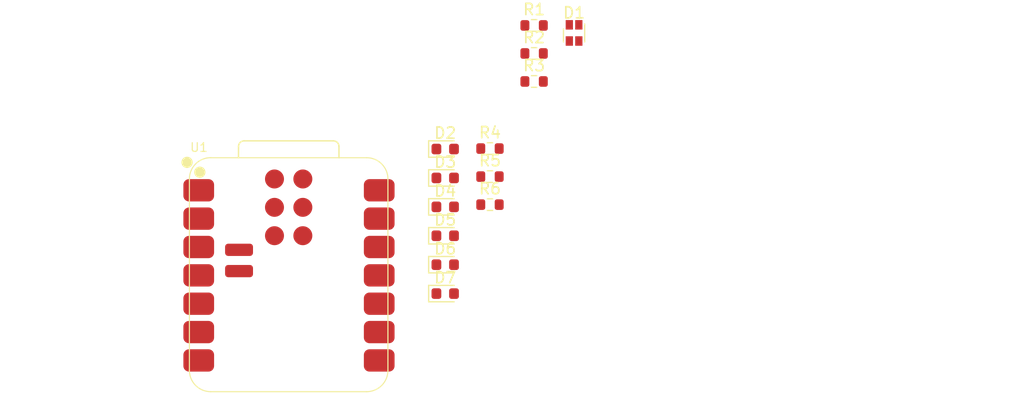
<source format=kicad_pcb>
(kicad_pcb (version 20240108) (generator "pcbnew") (generator_version "8.0")
  (layers (0 "F.Cu" signal) (31 "B.Cu" signal) (34 "B.Paste" user) (35 "F.Paste" user) (36 "B.SilkS" user "B.Silkscreen") (37 "F.SilkS" user "F.Silkscreen") (38 "B.Mask" user) (39 "F.Mask" user) (44 "Edge.Cuts" user))
  (net 0 "")
  (net 1 "Xiao_Esp32c3.gnd")
  (net 2 "Xiao_Esp32c3.vusb_out")
  (net 3 "CharlieplexedLedMatrix.led[0_0].k")
  (net 4 "CharlieplexedLedMatrix.led[0_1].k")
  (net 5 "CharlieplexedLedMatrix.led[0_2].k")
  (net 6 "Xiao_Esp32c3.gpio.gpio_14_1")
  (net 7 "Xiao_Esp32c3.gpio.gpio_14_2")
  (net 8 "Xiao_Esp32c3.gpio.gpio_14_0")
  (net 9 "IndicatorSinkRgbLed.signals.green")
  (net 10 "IndicatorSinkRgbLed.signals.blue")
  (net 11 "IndicatorSinkRgbLed.signals.red")
  (net 12 "IndicatorSinkRgbLed.pwr")
  (net 13 "IndicatorSinkRgbLed.red_res.a")
  (net 14 "IndicatorSinkRgbLed.green_res.a")
  (net 15 "IndicatorSinkRgbLed.blue_res.a")
  (footprint "Resistor_SMD:R_0603_1608Metric" (layer "F.Cu") (at 111.2225 90.52)
    (property "Reference" "R5" (at 0 -1.43 0) (layer "F.SilkS"))
    (property "Value" "±1% 1/10W Thick Film Resistors 75V ±100ppm/℃ -55℃~+155℃ 1kΩ 0603 Chip Resistor - Surface Mount ROHS")
    (fp_line (start -0.237258 -0.5225) (end 0.237258 -0.5225) (stroke (width 0.12)) (layer "F.SilkS"))
    (fp_line (start -0.237258 0.5225) (end 0.237258 0.5225) (stroke (width 0.12)) (layer "F.SilkS"))
    (pad "1" smd roundrect (at -0.825 0) (size 0.8 0.95) (layers "F.Cu" "F.Paste" "F.Mask") (net 4 "CharlieplexedLedMatrix.led[0_1].k"))
    (pad "2" smd roundrect (at 0.825 0) (size 0.8 0.95) (layers "F.Cu" "F.Paste" "F.Mask") (net 6 "Xiao_Esp32c3.gpio.gpio_14_1"))
  )
  (footprint "Resistor_SMD:R_0603_1608Metric" (layer "F.Cu") (at 115.175 82)
    (property "Reference" "R3" (at 0 -1.43 0) (layer "F.SilkS"))
    (property "Value" "±1% 1/10W Thick Film Resistors 75V ±100ppm/℃ -55℃~+155℃ 1kΩ 0603 Chip Resistor - Surface Mount ROHS")
    (fp_line (start -0.237258 -0.5225) (end 0.237258 -0.5225) (stroke (width 0.12)) (layer "F.SilkS"))
    (fp_line (start -0.237258 0.5225) (end 0.237258 0.5225) (stroke (width 0.12)) (layer "F.SilkS"))
    (pad "1" smd roundrect (at -0.825 0) (size 0.8 0.95) (layers "F.Cu" "F.Paste" "F.Mask") (net 15 "IndicatorSinkRgbLed.blue_res.a"))
    (pad "2" smd roundrect (at 0.825 0) (size 0.8 0.95) (layers "F.Cu" "F.Paste" "F.Mask") (net 10 "IndicatorSinkRgbLed.signals.blue"))
  )
  (footprint "LED_SMD:LED_0603_1608Metric" (layer "F.Cu") (at 107.2125 88.05)
    (property "Reference" "D2" (at 0 -1.43 0) (layer "F.SilkS"))
    (property "Value" "Red 615~630nm 1.9~2.2V 0603 Light Emitting Diodes (LED) RoHS")
    (fp_line (start -1.485 -0.735) (end -1.485 0.735) (stroke (width 0.12)) (layer "F.SilkS"))
    (fp_line (start -1.485 0.735) (end 0.8 0.735) (stroke (width 0.12)) (layer "F.SilkS"))
    (fp_line (start 0.8 -0.735) (end -1.485 -0.735) (stroke (width 0.12)) (layer "F.SilkS"))
    (pad "1" smd roundrect (at -0.7875 0) (size 0.875 0.95) (layers "F.Cu" "F.Paste" "F.Mask") (net 3 "CharlieplexedLedMatrix.led[0_0].k"))
    (pad "2" smd roundrect (at 0.7875 0) (size 0.875 0.95) (layers "F.Cu" "F.Paste" "F.Mask") (net 6 "Xiao_Esp32c3.gpio.gpio_14_1"))
  )
  (footprint "Resistor_SMD:R_0603_1608Metric" (layer "F.Cu") (at 115.175 76.98)
    (property "Reference" "R1" (at 0 -1.43 0) (layer "F.SilkS"))
    (property "Value" "±1% 1/10W Thick Film Resistors 75V ±100ppm/℃ -55℃~+155℃ 1kΩ 0603 Chip Resistor - Surface Mount ROHS")
    (fp_line (start -0.237258 -0.5225) (end 0.237258 -0.5225) (stroke (width 0.12)) (layer "F.SilkS"))
    (fp_line (start -0.237258 0.5225) (end 0.237258 0.5225) (stroke (width 0.12)) (layer "F.SilkS"))
    (pad "1" smd roundrect (at -0.825 0) (size 0.8 0.95) (layers "F.Cu" "F.Paste" "F.Mask") (net 13 "IndicatorSinkRgbLed.red_res.a"))
    (pad "2" smd roundrect (at 0.825 0) (size 0.8 0.95) (layers "F.Cu" "F.Paste" "F.Mask") (net 11 "IndicatorSinkRgbLed.signals.red"))
  )
  (footprint "Resistor_SMD:R_0603_1608Metric" (layer "F.Cu") (at 115.175 79.49)
    (property "Reference" "R2" (at 0 -1.43 0) (layer "F.SilkS"))
    (property "Value" "±1% 1/10W Thick Film Resistors 75V ±100ppm/℃ -55℃~+155℃ 1kΩ 0603 Chip Resistor - Surface Mount ROHS")
    (fp_line (start -0.237258 -0.5225) (end 0.237258 -0.5225) (stroke (width 0.12)) (layer "F.SilkS"))
    (fp_line (start -0.237258 0.5225) (end 0.237258 0.5225) (stroke (width 0.12)) (layer "F.SilkS"))
    (pad "1" smd roundrect (at -0.825 0) (size 0.8 0.95) (layers "F.Cu" "F.Paste" "F.Mask") (net 14 "IndicatorSinkRgbLed.green_res.a"))
    (pad "2" smd roundrect (at 0.825 0) (size 0.8 0.95) (layers "F.Cu" "F.Paste" "F.Mask") (net 9 "IndicatorSinkRgbLed.signals.green"))
  )
  (footprint "LED_SMD:LED_0603_1608Metric" (layer "F.Cu") (at 107.2125 98.41)
    (property "Reference" "D6" (at 0 -1.43 0) (layer "F.SilkS"))
    (property "Value" "Red 615~630nm 1.9~2.2V 0603 Light Emitting Diodes (LED) RoHS")
    (fp_line (start -1.485 -0.735) (end -1.485 0.735) (stroke (width 0.12)) (layer "F.SilkS"))
    (fp_line (start -1.485 0.735) (end 0.8 0.735) (stroke (width 0.12)) (layer "F.SilkS"))
    (fp_line (start 0.8 -0.735) (end -1.485 -0.735) (stroke (width 0.12)) (layer "F.SilkS"))
    (pad "1" smd roundrect (at -0.7875 0) (size 0.875 0.95) (layers "F.Cu" "F.Paste" "F.Mask") (net 5 "CharlieplexedLedMatrix.led[0_2].k"))
    (pad "2" smd roundrect (at 0.7875 0) (size 0.875 0.95) (layers "F.Cu" "F.Paste" "F.Mask") (net 8 "Xiao_Esp32c3.gpio.gpio_14_0"))
  )
  (footprint "LED_SMD:LED_0603_1608Metric" (layer "F.Cu") (at 107.2125 90.64)
    (property "Reference" "D3" (at 0 -1.43 0) (layer "F.SilkS"))
    (property "Value" "Red 615~630nm 1.9~2.2V 0603 Light Emitting Diodes (LED) RoHS")
    (fp_line (start -1.485 -0.735) (end -1.485 0.735) (stroke (width 0.12)) (layer "F.SilkS"))
    (fp_line (start -1.485 0.735) (end 0.8 0.735) (stroke (width 0.12)) (layer "F.SilkS"))
    (fp_line (start 0.8 -0.735) (end -1.485 -0.735) (stroke (width 0.12)) (layer "F.SilkS"))
    (pad "1" smd roundrect (at -0.7875 0) (size 0.875 0.95) (layers "F.Cu" "F.Paste" "F.Mask") (net 3 "CharlieplexedLedMatrix.led[0_0].k"))
    (pad "2" smd roundrect (at 0.7875 0) (size 0.875 0.95) (layers "F.Cu" "F.Paste" "F.Mask") (net 7 "Xiao_Esp32c3.gpio.gpio_14_2"))
  )
  (footprint "LED_SMD:LED_0603_1608Metric" (layer "F.Cu") (at 107.2125 101)
    (property "Reference" "D7" (at 0 -1.43 0) (layer "F.SilkS"))
    (property "Value" "Red 615~630nm 1.9~2.2V 0603 Light Emitting Diodes (LED) RoHS")
    (fp_line (start -1.485 -0.735) (end -1.485 0.735) (stroke (width 0.12)) (layer "F.SilkS"))
    (fp_line (start -1.485 0.735) (end 0.8 0.735) (stroke (width 0.12)) (layer "F.SilkS"))
    (fp_line (start 0.8 -0.735) (end -1.485 -0.735) (stroke (width 0.12)) (layer "F.SilkS"))
    (pad "1" smd roundrect (at -0.7875 0) (size 0.875 0.95) (layers "F.Cu" "F.Paste" "F.Mask") (net 5 "CharlieplexedLedMatrix.led[0_2].k"))
    (pad "2" smd roundrect (at 0.7875 0) (size 0.875 0.95) (layers "F.Cu" "F.Paste" "F.Mask") (net 6 "Xiao_Esp32c3.gpio.gpio_14_1"))
  )
  (footprint "Resistor_SMD:R_0603_1608Metric" (layer "F.Cu") (at 111.2225 88.01)
    (property "Reference" "R4" (at 0 -1.43 0) (layer "F.SilkS"))
    (property "Value" "±1% 1/10W Thick Film Resistors 75V ±100ppm/℃ -55℃~+155℃ 1kΩ 0603 Chip Resistor - Surface Mount ROHS")
    (fp_line (start -0.237258 -0.5225) (end 0.237258 -0.5225) (stroke (width 0.12)) (layer "F.SilkS"))
    (fp_line (start -0.237258 0.5225) (end 0.237258 0.5225) (stroke (width 0.12)) (layer "F.SilkS"))
    (pad "1" smd roundrect (at -0.825 0) (size 0.8 0.95) (layers "F.Cu" "F.Paste" "F.Mask") (net 3 "CharlieplexedLedMatrix.led[0_0].k"))
    (pad "2" smd roundrect (at 0.825 0) (size 0.8 0.95) (layers "F.Cu" "F.Paste" "F.Mask") (net 8 "Xiao_Esp32c3.gpio.gpio_14_0"))
  )
  (footprint "Seeed Studio XIAO Series Library:XIAO-ESP32C3-SMD" (layer "F.Cu") (at 93.1365 99.3255)
    (property "Reference" "U1" (at -8.835 -10.96 0) (layer "F.SilkS") (effects (font (size 0.78232 0.78232) (thickness 0.10668)) (justify left bottom)))
    (property "Value" "XIAO ESP32C3")
    (fp_line (start -8.835 8.553) (end -8.835 -8.592) (stroke (width 0.1)) (layer "F.SilkS"))
    (fp_line (start -6.93 10.458) (end 7.04 10.458) (stroke (width 0.1)) (layer "F.SilkS"))
    (fp_line (start -4.44 -10.497) (end -4.436272 -11.507272) (stroke (width 0.127)) (layer "F.SilkS"))
    (fp_line (start -3.936272 -12.007) (end 4.059 -12.007) (stroke (width 0.127)) (layer "F.SilkS"))
    (fp_line (start 4.559 -11.507) (end 4.559 -10.497) (stroke (width 0.127)) (layer "F.SilkS"))
    (fp_line (start 7.04 -10.497) (end -6.93 -10.497) (stroke (width 0.1)) (layer "F.SilkS"))
    (fp_line (start 8.945 8.553) (end 8.945 -8.592) (stroke (width 0.1)) (layer "F.SilkS"))
    (fp_arc (start -8.835 -8.596) (mid -8.277038 -9.943038) (end -6.93 -10.501) (stroke (width 0.1)) (layer "F.SilkS"))
    (fp_arc (start -6.93 10.458) (mid -8.277038 9.900038) (end -8.835 8.553) (stroke (width 0.1)) (layer "F.SilkS"))
    (fp_arc (start -4.436272 -11.507272) (mid -4.289724 -11.860644) (end -3.936272 -12.007) (stroke (width 0.127)) (layer "F.SilkS"))
    (fp_arc (start 4.059 -12.007) (mid 4.412553 -11.860553) (end 4.559 -11.507) (stroke (width 0.127)) (layer "F.SilkS"))
    (fp_arc (start 7.04 -10.497) (mid 8.387038 -9.939038) (end 8.945 -8.592) (stroke (width 0.1)) (layer "F.SilkS"))
    (fp_arc (start 8.945 8.553) (mid 8.387038 9.900038) (end 7.04 10.458) (stroke (width 0.1)) (layer "F.SilkS"))
    (fp_circle (center -9.045 -10.081) (end -9.045 -10.335) (stroke (width 0.5)) (fill solid) (layer "F.SilkS"))
    (fp_circle (center -7.902 -9.201) (end -7.902 -9.455) (stroke (width 0.5)) (fill solid) (layer "F.SilkS"))
    (pad "1" smd roundrect (at -8 -7.58) (size 2.75 2) (layers "F.Cu" "F.Paste" "F.Mask"))
    (pad "2" smd roundrect (at -8 -5.04) (size 2.75 2) (layers "F.Cu" "F.Paste" "F.Mask") (net 11 "IndicatorSinkRgbLed.signals.red"))
    (pad "3" smd roundrect (at -8 -2.5) (size 2.75 2) (layers "F.Cu" "F.Paste" "F.Mask") (net 9 "IndicatorSinkRgbLed.signals.green"))
    (pad "4" smd roundrect (at -8 0.04) (size 2.75 2) (layers "F.Cu" "F.Paste" "F.Mask") (net 10 "IndicatorSinkRgbLed.signals.blue"))
    (pad "5" smd roundrect (at -8 2.58) (size 2.75 2) (layers "F.Cu" "F.Paste" "F.Mask") (net 8 "Xiao_Esp32c3.gpio.gpio_14_0"))
    (pad "6" smd roundrect (at -8 5.12) (size 2.75 2) (layers "F.Cu" "F.Paste" "F.Mask") (net 6 "Xiao_Esp32c3.gpio.gpio_14_1"))
    (pad "7" smd roundrect (at -8 7.66) (size 2.75 2) (layers "F.Cu" "F.Paste" "F.Mask"))
    (pad "8" smd roundrect (at 8.165 7.66) (size 2.75 2) (layers "F.Cu" "F.Paste" "F.Mask"))
    (pad "9" smd roundrect (at 8.165 5.12) (size 2.75 2) (layers "F.Cu" "F.Paste" "F.Mask"))
    (pad "10" smd roundrect (at 8.165 2.58) (size 2.75 2) (layers "F.Cu" "F.Paste" "F.Mask"))
    (pad "11" smd roundrect (at 8.165 0.04) (size 2.75 2) (layers "F.Cu" "F.Paste" "F.Mask") (net 7 "Xiao_Esp32c3.gpio.gpio_14_2"))
    (pad "12" smd roundrect (at 8.165 -2.5) (size 2.75 2) (layers "F.Cu" "F.Paste" "F.Mask") (net 12 "IndicatorSinkRgbLed.pwr"))
    (pad "13" smd roundrect (at 8.165 -5.04) (size 2.75 2) (layers "F.Cu" "F.Paste" "F.Mask") (net 1 "Xiao_Esp32c3.gnd"))
    (pad "14" smd roundrect (at 8.165 -7.58) (size 2.75 2) (layers "F.Cu" "F.Paste" "F.Mask") (net 2 "Xiao_Esp32c3.vusb_out"))
    (pad "15" smd roundrect (at -4.39 -0.342 180) (size 2.5 1.1) (layers "F.Cu" "F.Paste" "F.Mask"))
    (pad "16" smd roundrect (at -4.39 -2.247 180) (size 2.5 1.1) (layers "F.Cu" "F.Paste" "F.Mask"))
    (pad "17" smd circle (at -1.215 -8.592) (size 1.7 1.7) (layers "F.Cu" "F.Paste" "F.Mask"))
    (pad "18" smd circle (at 1.325 -8.592) (size 1.7 1.7) (layers "F.Cu" "F.Paste" "F.Mask"))
    (pad "19" smd circle (at -1.215 -6.052) (size 1.7 1.7) (layers "F.Cu" "F.Paste" "F.Mask"))
    (pad "20" smd circle (at 1.325 -6.052) (size 1.7 1.7) (layers "F.Cu" "F.Paste" "F.Mask"))
    (pad "21" smd circle (at -1.215 -3.512) (size 1.7 1.7) (layers "F.Cu" "F.Paste" "F.Mask"))
    (pad "22" smd circle (at 1.325 -3.512) (size 1.7 1.7) (layers "F.Cu" "F.Paste" "F.Mask"))
  )
  (footprint "LED_SMD:LED_0603_1608Metric" (layer "F.Cu") (at 107.2125 93.23)
    (property "Reference" "D4" (at 0 -1.43 0) (layer "F.SilkS"))
    (property "Value" "Red 615~630nm 1.9~2.2V 0603 Light Emitting Diodes (LED) RoHS")
    (fp_line (start -1.485 -0.735) (end -1.485 0.735) (stroke (width 0.12)) (layer "F.SilkS"))
    (fp_line (start -1.485 0.735) (end 0.8 0.735) (stroke (width 0.12)) (layer "F.SilkS"))
    (fp_line (start 0.8 -0.735) (end -1.485 -0.735) (stroke (width 0.12)) (layer "F.SilkS"))
    (pad "1" smd roundrect (at -0.7875 0) (size 0.875 0.95) (layers "F.Cu" "F.Paste" "F.Mask") (net 4 "CharlieplexedLedMatrix.led[0_1].k"))
    (pad "2" smd roundrect (at 0.7875 0) (size 0.875 0.95) (layers "F.Cu" "F.Paste" "F.Mask") (net 8 "Xiao_Esp32c3.gpio.gpio_14_0"))
  )
  (footprint "LED_SMD:LED_0603_1608Metric" (layer "F.Cu") (at 107.2125 95.82)
    (property "Reference" "D5" (at 0 -1.43 0) (layer "F.SilkS"))
    (property "Value" "Red 615~630nm 1.9~2.2V 0603 Light Emitting Diodes (LED) RoHS")
    (fp_line (start -1.485 -0.735) (end -1.485 0.735) (stroke (width 0.12)) (layer "F.SilkS"))
    (fp_line (start -1.485 0.735) (end 0.8 0.735) (stroke (width 0.12)) (layer "F.SilkS"))
    (fp_line (start 0.8 -0.735) (end -1.485 -0.735) (stroke (width 0.12)) (layer "F.SilkS"))
    (pad "1" smd roundrect (at -0.7875 0) (size 0.875 0.95) (layers "F.Cu" "F.Paste" "F.Mask") (net 4 "CharlieplexedLedMatrix.led[0_1].k"))
    (pad "2" smd roundrect (at 0.7875 0) (size 0.875 0.95) (layers "F.Cu" "F.Paste" "F.Mask") (net 7 "Xiao_Esp32c3.gpio.gpio_14_2"))
  )
  (footprint "LED_SMD:LED_LiteOn_LTST-C19HE1WT" (layer "F.Cu") (at 118.755 77.65)
    (property "Reference" "D1" (at 0 -1.8 0) (layer "F.SilkS"))
    (property "Value" "EAST1616RGBB2")
    (fp_line (start -0.95 -0.35) (end -0.95 0.8) (stroke (width 0.12)) (layer "F.SilkS"))
    (fp_line (start 0.95 -0.8) (end 0.95 0.8) (stroke (width 0.12)) (layer "F.SilkS"))
    (pad "1" smd rect (at -0.425 -0.725) (size 0.65 0.85) (layers "F.Cu" "F.Paste" "F.Mask") (net 15 "IndicatorSinkRgbLed.blue_res.a"))
    (pad "2" smd rect (at 0.425 -0.725) (size 0.65 0.85) (layers "F.Cu" "F.Paste" "F.Mask") (net 12 "IndicatorSinkRgbLed.pwr"))
    (pad "3" smd rect (at 0.425 0.725) (size 0.65 0.85) (layers "F.Cu" "F.Paste" "F.Mask") (net 13 "IndicatorSinkRgbLed.red_res.a"))
    (pad "4" smd rect (at -0.425 0.725) (size 0.65 0.85) (layers "F.Cu" "F.Paste" "F.Mask") (net 14 "IndicatorSinkRgbLed.green_res.a"))
  )
  (footprint "Resistor_SMD:R_0603_1608Metric" (layer "F.Cu") (at 111.2225 93.03)
    (property "Reference" "R6" (at 0 -1.43 0) (layer "F.SilkS"))
    (property "Value" "±1% 1/10W Thick Film Resistors 75V ±100ppm/℃ -55℃~+155℃ 1kΩ 0603 Chip Resistor - Surface Mount ROHS")
    (fp_line (start -0.237258 -0.5225) (end 0.237258 -0.5225) (stroke (width 0.12)) (layer "F.SilkS"))
    (fp_line (start -0.237258 0.5225) (end 0.237258 0.5225) (stroke (width 0.12)) (layer "F.SilkS"))
    (pad "1" smd roundrect (at -0.825 0) (size 0.8 0.95) (layers "F.Cu" "F.Paste" "F.Mask") (net 5 "CharlieplexedLedMatrix.led[0_2].k"))
    (pad "2" smd roundrect (at 0.825 0) (size 0.8 0.95) (layers "F.Cu" "F.Paste" "F.Mask") (net 7 "Xiao_Esp32c3.gpio.gpio_14_2"))
  )
)
</source>
